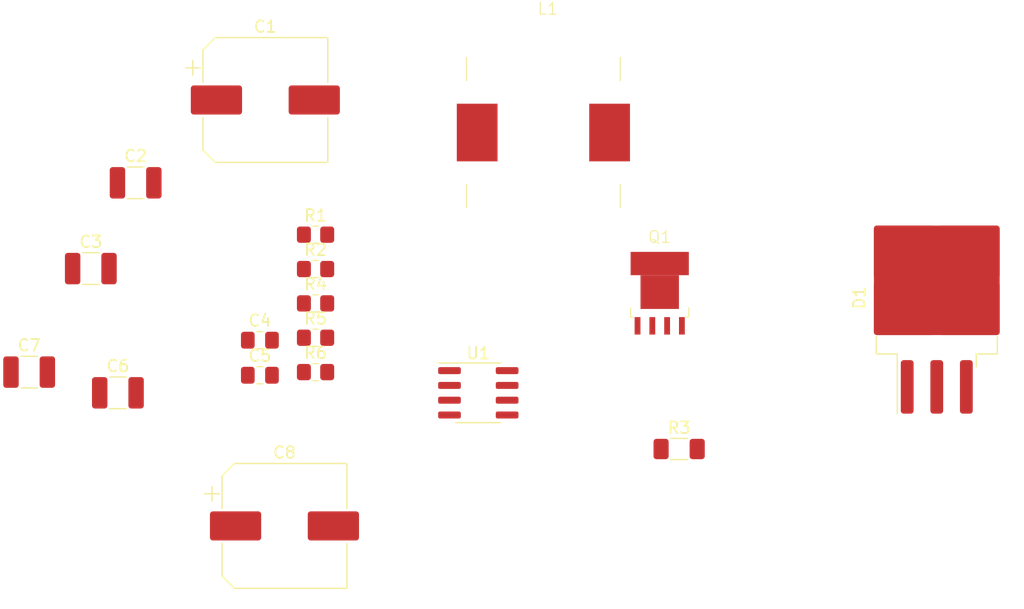
<source format=kicad_pcb>
(kicad_pcb (version 20221018) (generator pcbnew)
  (layers (0 "F.Cu" signal) (31 "B.Cu" signal) (34 "B.Paste" user) (35 "F.Paste" user) (36 "B.SilkS" user "B.Silkscreen") (37 "F.SilkS" user "F.Silkscreen") (38 "B.Mask" user) (39 "F.Mask" user) (44 "Edge.Cuts" user))
  (net 0 "")
  (net 1 "/VIN")
  (net 2 "GND")
  (net 3 "/S_COMP_POSB_R2")
  (net 4 "/S_COMP_POSB")
  (net 5 "/S_ISEN_POSB")
  (net 6 "Net-(D1-K)")
  (net 7 "/S_FA{slash}SD_POSB")
  (net 8 "/S_DIV")
  (net 9 "/S_FB_POSB")
  (net 10 "/DR_POSB")
  (net 11 "/SW_POSB")
  (footprint "Resistor_SMD:R_0805_2012Metric_Pad1.20x1.40mm_HandSolder" (layer "F.Cu") (at 62.731 44.137)
    (fp_text reference "R4" (at 0 -1.65) (layer "F.SilkS"))
    (fp_text value "100k")
    (fp_line (start -0.227064 -0.735) (end 0.227064 -0.735) (stroke (width 0.12)) (layer "F.SilkS"))
    (fp_line (start -0.227064 0.735) (end 0.227064 0.735) (stroke (width 0.12)) (layer "F.SilkS"))
    (pad "1" smd roundrect (at -1 0) (size 1.2 1.4) (layers "F.Cu" "F.Paste" "F.Mask") (roundrect_rratio 0.208333) (net 6 "Net-(D1-K)"))
    (pad "2" smd roundrect (at 1 0) (size 1.2 1.4) (layers "F.Cu" "F.Paste" "F.Mask") (roundrect_rratio 0.208333) (net 8 "/S_DIV"))
  )
  (footprint "Resistor_SMD:R_0805_2012Metric_Pad1.20x1.40mm_HandSolder" (layer "F.Cu") (at 62.731 38.237)
    (fp_text reference "R1" (at 0 -1.65) (layer "F.SilkS"))
    (fp_text value "13k")
    (fp_line (start -0.227064 -0.735) (end 0.227064 -0.735) (stroke (width 0.12)) (layer "F.SilkS"))
    (fp_line (start -0.227064 0.735) (end 0.227064 0.735) (stroke (width 0.12)) (layer "F.SilkS"))
    (pad "1" smd roundrect (at -1 0) (size 1.2 1.4) (layers "F.Cu" "F.Paste" "F.Mask") (roundrect_rratio 0.208333) (net 7 "/S_FA{slash}SD_POSB"))
    (pad "2" smd roundrect (at 1 0) (size 1.2 1.4) (layers "F.Cu" "F.Paste" "F.Mask") (roundrect_rratio 0.208333) (net 2 "GND"))
  )
  (footprint "Capacitor_SMD:CP_Elec_10x10.5" (layer "F.Cu") (at 58.42 26.67)
    (fp_text reference "C1" (at 0 -6.3) (layer "F.SilkS"))
    (fp_text value "220u")
    (fp_line (start -6.85 -2.76) (end -5.6 -2.76) (stroke (width 0.12)) (layer "F.SilkS"))
    (fp_line (start -6.225 -3.385) (end -6.225 -2.135) (stroke (width 0.12)) (layer "F.SilkS"))
    (fp_line (start -5.36 -4.295563) (end -5.36 -1.51) (stroke (width 0.12)) (layer "F.SilkS"))
    (fp_line (start -5.36 -4.295563) (end -4.295563 -5.36) (stroke (width 0.12)) (layer "F.SilkS"))
    (fp_line (start -5.36 4.295563) (end -5.36 1.51) (stroke (width 0.12)) (layer "F.SilkS"))
    (fp_line (start -5.36 4.295563) (end -4.295563 5.36) (stroke (width 0.12)) (layer "F.SilkS"))
    (fp_line (start -4.295563 -5.36) (end 5.36 -5.36) (stroke (width 0.12)) (layer "F.SilkS"))
    (fp_line (start -4.295563 5.36) (end 5.36 5.36) (stroke (width 0.12)) (layer "F.SilkS"))
    (fp_line (start 5.36 -5.36) (end 5.36 -1.51) (stroke (width 0.12)) (layer "F.SilkS"))
    (fp_line (start 5.36 5.36) (end 5.36 1.51) (stroke (width 0.12)) (layer "F.SilkS"))
    (pad "1" smd roundrect (at -4.2 0) (size 4.4 2.5) (layers "F.Cu" "F.Paste" "F.Mask") (roundrect_rratio 0.1) (net 1 "/VIN"))
    (pad "2" smd roundrect (at 4.2 0) (size 4.4 2.5) (layers "F.Cu" "F.Paste" "F.Mask") (roundrect_rratio 0.1) (net 2 "GND"))
  )
  (footprint "Package_TO_SOT_SMD:TO-263-3_TabPin2" (layer "F.Cu") (at 116.078 43.658 90)
    (fp_text reference "D1" (at 0 -6.65 90) (layer "F.SilkS"))
    (fp_text value "WNS40H100CB")
    (fp_line (start -4.825 -5.2) (end -4.825 -3.39) (stroke (width 0.12)) (layer "F.SilkS"))
    (fp_line (start -4.825 -3.39) (end -9.95 -3.39) (stroke (width 0.12)) (layer "F.SilkS"))
    (fp_line (start -4.825 3.39) (end -5.925 3.39) (stroke (width 0.12)) (layer "F.SilkS"))
    (fp_line (start -4.825 5.2) (end -4.825 3.39) (stroke (width 0.12)) (layer "F.SilkS"))
    (fp_line (start -3.325 -5.2) (end -4.825 -5.2) (stroke (width 0.12)) (layer "F.SilkS"))
    (fp_line (start -3.325 5.2) (end -4.825 5.2) (stroke (width 0.12)) (layer "F.SilkS"))
    (pad "1" smd roundrect (at -7.65 -2.54 90) (size 4.6 1.1) (layers "F.Cu" "F.Paste" "F.Mask") (roundrect_rratio 0.227273) (net 11 "/SW_POSB"))
    (pad "2" smd roundrect (at -7.65 0 90) (size 4.6 1.1) (layers "F.Cu" "F.Paste" "F.Mask") (roundrect_rratio 0.227273) (net 6 "Net-(D1-K)"))
    (pad "2" smd roundrect (at -0.925 -2.775 90) (size 4.55 5.25) (layers "F.Cu" "F.Paste") (roundrect_rratio 0.054945) (net 6 "Net-(D1-K)"))
    (pad "2" smd roundrect (at -0.925 2.775 90) (size 4.55 5.25) (layers "F.Cu" "F.Paste") (roundrect_rratio 0.054945) (net 6 "Net-(D1-K)"))
    (pad "2" smd roundrect (at 1.5 0 90) (size 9.4 10.8) (layers "F.Cu" "F.Mask") (roundrect_rratio 0.026596) (net 6 "Net-(D1-K)"))
    (pad "2" smd roundrect (at 3.925 -2.775 90) (size 4.55 5.25) (layers "F.Cu" "F.Paste") (roundrect_rratio 0.054945) (net 6 "Net-(D1-K)"))
    (pad "2" smd roundrect (at 3.925 2.775 90) (size 4.55 5.25) (layers "F.Cu" "F.Paste") (roundrect_rratio 0.054945) (net 6 "Net-(D1-K)"))
    (pad "3" smd roundrect (at -7.65 2.54 90) (size 4.6 1.1) (layers "F.Cu" "F.Paste" "F.Mask") (roundrect_rratio 0.227273) (net 11 "/SW_POSB"))
  )
  (footprint "Package_SO:SOIC-8_3.9x4.9mm_P1.27mm" (layer "F.Cu") (at 76.708 51.816)
    (fp_text reference "U1" (at 0 -3.4) (layer "F.SilkS"))
    (fp_text value "LM3478MA")
    (fp_line (start 0 -2.56) (end -3.45 -2.56) (stroke (width 0.12)) (layer "F.SilkS"))
    (fp_line (start 0 -2.56) (end 1.95 -2.56) (stroke (width 0.12)) (layer "F.SilkS"))
    (fp_line (start 0 2.56) (end -1.95 2.56) (stroke (width 0.12)) (layer "F.SilkS"))
    (fp_line (start 0 2.56) (end 1.95 2.56) (stroke (width 0.12)) (layer "F.SilkS"))
    (pad "1" smd roundrect (at -2.475 -1.905) (size 1.95 0.6) (layers "F.Cu" "F.Paste" "F.Mask") (net 5 "/S_ISEN_POSB"))
    (pad "2" smd roundrect (at -2.475 -0.635) (size 1.95 0.6) (layers "F.Cu" "F.Paste" "F.Mask") (net 4 "/S_COMP_POSB"))
    (pad "3" smd roundrect (at -2.475 0.635) (size 1.95 0.6) (layers "F.Cu" "F.Paste" "F.Mask") (net 9 "/S_FB_POSB"))
    (pad "4" smd roundrect (at -2.475 1.905) (size 1.95 0.6) (layers "F.Cu" "F.Paste" "F.Mask") (net 2 "GND"))
    (pad "5" smd roundrect (at 2.475 1.905) (size 1.95 0.6) (layers "F.Cu" "F.Paste" "F.Mask") (net 2 "GND"))
    (pad "6" smd roundrect (at 2.475 0.635) (size 1.95 0.6) (layers "F.Cu" "F.Paste" "F.Mask") (net 10 "/DR_POSB"))
    (pad "7" smd roundrect (at 2.475 -0.635) (size 1.95 0.6) (layers "F.Cu" "F.Paste" "F.Mask") (net 7 "/S_FA{slash}SD_POSB"))
    (pad "8" smd roundrect (at 2.475 -1.905) (size 1.95 0.6) (layers "F.Cu" "F.Paste" "F.Mask") (net 1 "/VIN"))
  )
  (footprint "Resistor_SMD:R_1206_3216Metric_Pad1.30x1.75mm_HandSolder" (layer "F.Cu") (at 93.954 56.642)
    (fp_text reference "R3" (at 0 -1.82) (layer "F.SilkS"))
    (fp_text value "15.5m")
    (fp_line (start -0.727064 -0.91) (end 0.727064 -0.91) (stroke (width 0.12)) (layer "F.SilkS"))
    (fp_line (start -0.727064 0.91) (end 0.727064 0.91) (stroke (width 0.12)) (layer "F.SilkS"))
    (pad "1" smd roundrect (at -1.55 0) (size 1.3 1.75) (layers "F.Cu" "F.Paste" "F.Mask") (roundrect_rratio 0.192308) (net 5 "/S_ISEN_POSB"))
    (pad "2" smd roundrect (at 1.55 0) (size 1.3 1.75) (layers "F.Cu" "F.Paste" "F.Mask") (roundrect_rratio 0.192308) (net 2 "GND"))
  )
  (footprint "filip:IHLP5050FD" (layer "F.Cu") (at 82.296 29.464)
    (fp_text reference "L1" (at 0.379 -10.62 unlocked) (layer "F.SilkS") (effects (font (thickness 0.1))))
    (fp_text value "5.6u")
    (fp_line (start -6.6 -4.45) (end -6.6 -6.45) (stroke (width 0.1)) (layer "F.SilkS"))
    (fp_line (start -6.6 4.45) (end -6.6 6.45) (stroke (width 0.1)) (layer "F.SilkS"))
    (fp_line (start 6.6 -4.45) (end 6.6 -6.45) (stroke (width 0.1)) (layer "F.SilkS"))
    (fp_line (start 6.6 4.45) (end 6.6 6.45) (stroke (width 0.1)) (layer "F.SilkS"))
    (pad "1" smd rect (at -3.935 0) (size 3.5 4.95) (drill (offset -1.75 0)) (layers "F.Cu" "F.Paste" "F.Mask") (net 1 "/VIN"))
    (pad "2" smd rect (at 3.935 0) (size 3.5 4.95) (drill (offset 1.75 0)) (layers "F.Cu" "F.Paste" "F.Mask") (net 11 "/SW_POSB"))
  )
  (footprint "filip:PSMN4R0" (layer "F.Cu") (at 92.286 43.514)
    (fp_text reference "Q1" (at 0 -5.08 unlocked) (layer "F.SilkS") (effects (font (thickness 0.1))))
    (fp_text value "IPP029N15NM6")
    (fp_line (start -2.5 1.8) (end -2.5 1) (stroke (width 0.1)) (layer "F.SilkS"))
    (fp_line (start -2.5 1.8) (end -2.25 1.8) (stroke (width 0.1)) (layer "F.SilkS"))
    (fp_line (start 2.5 1.8) (end 2.25 1.8) (stroke (width 0.1)) (layer "F.SilkS"))
    (fp_line (start 2.5 1.8) (end 2.5 1) (stroke (width 0.1)) (layer "F.SilkS"))
    (pad "1" smd rect (at 0 -1.8) (size 3.3 2.9) (drill (offset 0 1.45)) (layers "F.Cu" "F.Paste" "F.Mask") (net 11 "/SW_POSB"))
    (pad "1" smd rect (at 0 -1.8) (size 5 2) (drill (offset 0 -1)) (layers "F.Cu" "F.Paste" "F.Mask") (net 11 "/SW_POSB"))
    (pad "2" smd rect (at 1.905 3.3) (size 0.5 1.5) (drill (offset 0 -0.75)) (layers "F.Cu" "F.Paste" "F.Mask") (net 10 "/DR_POSB"))
    (pad "3" smd rect (at -1.905 3.3) (size 0.5 1.5) (drill (offset 0 -0.75)) (layers "F.Cu" "F.Paste" "F.Mask") (net 5 "/S_ISEN_POSB"))
    (pad "3" smd rect (at -0.635 3.3) (size 0.5 1.5) (drill (offset 0 -0.75)) (layers "F.Cu" "F.Paste" "F.Mask") (net 5 "/S_ISEN_POSB"))
    (pad "3" smd rect (at 0.635 3.3) (size 0.5 1.5) (drill (offset 0 -0.75)) (layers "F.Cu" "F.Paste" "F.Mask") (net 5 "/S_ISEN_POSB"))
  )
  (footprint "Capacitor_SMD:C_1210_3225Metric_Pad1.33x2.70mm_HandSolder" (layer "F.Cu") (at 45.7585 51.816)
    (fp_text reference "C6" (at 0 -2.3) (layer "F.SilkS"))
    (fp_text value "47u")
    (fp_line (start -0.711252 -1.36) (end 0.711252 -1.36) (stroke (width 0.12)) (layer "F.SilkS"))
    (fp_line (start -0.711252 1.36) (end 0.711252 1.36) (stroke (width 0.12)) (layer "F.SilkS"))
    (pad "1" smd roundrect (at -1.5625 0) (size 1.325 2.7) (layers "F.Cu" "F.Paste" "F.Mask") (roundrect_rratio 0.188679) (net 6 "Net-(D1-K)"))
    (pad "2" smd roundrect (at 1.5625 0) (size 1.325 2.7) (layers "F.Cu" "F.Paste" "F.Mask") (roundrect_rratio 0.188679) (net 2 "GND"))
  )
  (footprint "Capacitor_SMD:C_1210_3225Metric_Pad1.33x2.70mm_HandSolder" (layer "F.Cu") (at 47.2825 33.782)
    (fp_text reference "C2" (at 0 -2.3) (layer "F.SilkS"))
    (fp_text value "47u")
    (fp_line (start -0.711252 -1.36) (end 0.711252 -1.36) (stroke (width 0.12)) (layer "F.SilkS"))
    (fp_line (start -0.711252 1.36) (end 0.711252 1.36) (stroke (width 0.12)) (layer "F.SilkS"))
    (pad "1" smd roundrect (at -1.5625 0) (size 1.325 2.7) (layers "F.Cu" "F.Paste" "F.Mask") (roundrect_rratio 0.188679) (net 1 "/VIN"))
    (pad "2" smd roundrect (at 1.5625 0) (size 1.325 2.7) (layers "F.Cu" "F.Paste" "F.Mask") (roundrect_rratio 0.188679) (net 2 "GND"))
  )
  (footprint "Resistor_SMD:R_0805_2012Metric_Pad1.20x1.40mm_HandSolder" (layer "F.Cu") (at 62.731 41.187)
    (fp_text reference "R2" (at 0 -1.65) (layer "F.SilkS"))
    (fp_text value "10k")
    (fp_line (start -0.227064 -0.735) (end 0.227064 -0.735) (stroke (width 0.12)) (layer "F.SilkS"))
    (fp_line (start -0.227064 0.735) (end 0.227064 0.735) (stroke (width 0.12)) (layer "F.SilkS"))
    (pad "1" smd roundrect (at -1 0) (size 1.2 1.4) (layers "F.Cu" "F.Paste" "F.Mask") (roundrect_rratio 0.208333) (net 3 "/S_COMP_POSB_R2"))
    (pad "2" smd roundrect (at 1 0) (size 1.2 1.4) (layers "F.Cu" "F.Paste" "F.Mask") (roundrect_rratio 0.208333) (net 2 "GND"))
  )
  (footprint "Capacitor_SMD:C_0805_2012Metric_Pad1.18x1.45mm_HandSolder" (layer "F.Cu") (at 57.951 47.297)
    (fp_text reference "C4" (at 0 -1.68) (layer "F.SilkS"))
    (fp_text value "2.2n")
    (fp_line (start -0.261252 -0.735) (end 0.261252 -0.735) (stroke (width 0.12)) (layer "F.SilkS"))
    (fp_line (start -0.261252 0.735) (end 0.261252 0.735) (stroke (width 0.12)) (layer "F.SilkS"))
    (pad "1" smd roundrect (at -1.0375 0) (size 1.175 1.45) (layers "F.Cu" "F.Paste" "F.Mask") (roundrect_rratio 0.212766) (net 3 "/S_COMP_POSB_R2"))
    (pad "2" smd roundrect (at 1.0375 0) (size 1.175 1.45) (layers "F.Cu" "F.Paste" "F.Mask") (roundrect_rratio 0.212766) (net 4 "/S_COMP_POSB"))
  )
  (footprint "Capacitor_SMD:C_0805_2012Metric_Pad1.18x1.45mm_HandSolder" (layer "F.Cu") (at 57.951 50.307)
    (fp_text reference "C5" (at 0 -1.68) (layer "F.SilkS"))
    (fp_text value "220n")
    (fp_line (start -0.261252 -0.735) (end 0.261252 -0.735) (stroke (width 0.12)) (layer "F.SilkS"))
    (fp_line (start -0.261252 0.735) (end 0.261252 0.735) (stroke (width 0.12)) (layer "F.SilkS"))
    (pad "1" smd roundrect (at -1.0375 0) (size 1.175 1.45) (layers "F.Cu" "F.Paste" "F.Mask") (roundrect_rratio 0.212766) (net 5 "/S_ISEN_POSB"))
    (pad "2" smd roundrect (at 1.0375 0) (size 1.175 1.45) (layers "F.Cu" "F.Paste" "F.Mask") (roundrect_rratio 0.212766) (net 2 "GND"))
  )
  (footprint "Capacitor_SMD:C_1210_3225Metric_Pad1.33x2.70mm_HandSolder" (layer "F.Cu") (at 43.434 41.148)
    (fp_text reference "C3" (at 0 -2.3) (layer "F.SilkS"))
    (fp_text value "47u")
    (fp_line (start -0.711252 -1.36) (end 0.711252 -1.36) (stroke (width 0.12)) (layer "F.SilkS"))
    (fp_line (start -0.711252 1.36) (end 0.711252 1.36) (stroke (width 0.12)) (layer "F.SilkS"))
    (pad "1" smd roundrect (at -1.5625 0) (size 1.325 2.7) (layers "F.Cu" "F.Paste" "F.Mask") (roundrect_rratio 0.188679) (net 1 "/VIN"))
    (pad "2" smd roundrect (at 1.5625 0) (size 1.325 2.7) (layers "F.Cu" "F.Paste" "F.Mask") (roundrect_rratio 0.188679) (net 2 "GND"))
  )
  (footprint "Capacitor_SMD:C_1210_3225Metric_Pad1.33x2.70mm_HandSolder" (layer "F.Cu") (at 38.1385 50.038)
    (fp_text reference "C7" (at 0 -2.3) (layer "F.SilkS"))
    (fp_text value "47u")
    (fp_line (start -0.711252 -1.36) (end 0.711252 -1.36) (stroke (width 0.12)) (layer "F.SilkS"))
    (fp_line (start -0.711252 1.36) (end 0.711252 1.36) (stroke (width 0.12)) (layer "F.SilkS"))
    (pad "1" smd roundrect (at -1.5625 0) (size 1.325 2.7) (layers "F.Cu" "F.Paste" "F.Mask") (roundrect_rratio 0.188679) (net 6 "Net-(D1-K)"))
    (pad "2" smd roundrect (at 1.5625 0) (size 1.325 2.7) (layers "F.Cu" "F.Paste" "F.Mask") (roundrect_rratio 0.188679) (net 2 "GND"))
  )
  (footprint "Resistor_SMD:R_0805_2012Metric_Pad1.20x1.40mm_HandSolder" (layer "F.Cu") (at 62.731 47.087)
    (fp_text reference "R5" (at 0 -1.65) (layer "F.SilkS"))
    (fp_text value "27k")
    (fp_line (start -0.227064 -0.735) (end 0.227064 -0.735) (stroke (width 0.12)) (layer "F.SilkS"))
    (fp_line (start -0.227064 0.735) (end 0.227064 0.735) (stroke (width 0.12)) (layer "F.SilkS"))
    (pad "1" smd roundrect (at -1 0) (size 1.2 1.4) (layers "F.Cu" "F.Paste" "F.Mask") (roundrect_rratio 0.208333) (net 8 "/S_DIV"))
    (pad "2" smd roundrect (at 1 0) (size 1.2 1.4) (layers "F.Cu" "F.Paste" "F.Mask") (roundrect_rratio 0.208333) (net 9 "/S_FB_POSB"))
  )
  (footprint "Capacitor_SMD:CP_Elec_10x10.5" (layer "F.Cu") (at 60.062 63.246)
    (fp_text reference "C8" (at 0 -6.3) (layer "F.SilkS"))
    (fp_text value "220u")
    (fp_line (start -6.85 -2.76) (end -5.6 -2.76) (stroke (width 0.12)) (layer "F.SilkS"))
    (fp_line (start -6.225 -3.385) (end -6.225 -2.135) (stroke (width 0.12)) (layer "F.SilkS"))
    (fp_line (start -5.36 -4.295563) (end -5.36 -1.51) (stroke (width 0.12)) (layer "F.SilkS"))
    (fp_line (start -5.36 -4.295563) (end -4.295563 -5.36) (stroke (width 0.12)) (layer "F.SilkS"))
    (fp_line (start -5.36 4.295563) (end -5.36 1.51) (stroke (width 0.12)) (layer "F.SilkS"))
    (fp_line (start -5.36 4.295563) (end -4.295563 5.36) (stroke (width 0.12)) (layer "F.SilkS"))
    (fp_line (start -4.295563 -5.36) (end 5.36 -5.36) (stroke (width 0.12)) (layer "F.SilkS"))
    (fp_line (start -4.295563 5.36) (end 5.36 5.36) (stroke (width 0.12)) (layer "F.SilkS"))
    (fp_line (start 5.36 -5.36) (end 5.36 -1.51) (stroke (width 0.12)) (layer "F.SilkS"))
    (fp_line (start 5.36 5.36) (end 5.36 1.51) (stroke (width 0.12)) (layer "F.SilkS"))
    (pad "1" smd roundrect (at -4.2 0) (size 4.4 2.5) (layers "F.Cu" "F.Paste" "F.Mask") (roundrect_rratio 0.1) (net 6 "Net-(D1-K)"))
    (pad "2" smd roundrect (at 4.2 0) (size 4.4 2.5) (layers "F.Cu" "F.Paste" "F.Mask") (roundrect_rratio 0.1) (net 2 "GND"))
  )
  (footprint "Resistor_SMD:R_0805_2012Metric_Pad1.20x1.40mm_HandSolder" (layer "F.Cu") (at 62.731 50.037)
    (fp_text reference "R6" (at 0 -1.65) (layer "F.SilkS"))
    (fp_text value "10k")
    (fp_line (start -0.227064 -0.735) (end 0.227064 -0.735) (stroke (width 0.12)) (layer "F.SilkS"))
    (fp_line (start -0.227064 0.735) (end 0.227064 0.735) (stroke (width 0.12)) (layer "F.SilkS"))
    (pad "1" smd roundrect (at -1 0) (size 1.2 1.4) (layers "F.Cu" "F.Paste" "F.Mask") (roundrect_rratio 0.208333) (net 9 "/S_FB_POSB"))
    (pad "2" smd roundrect (at 1 0) (size 1.2 1.4) (layers "F.Cu" "F.Paste" "F.Mask") (roundrect_rratio 0.208333) (net 2 "GND"))
  )
)
</source>
